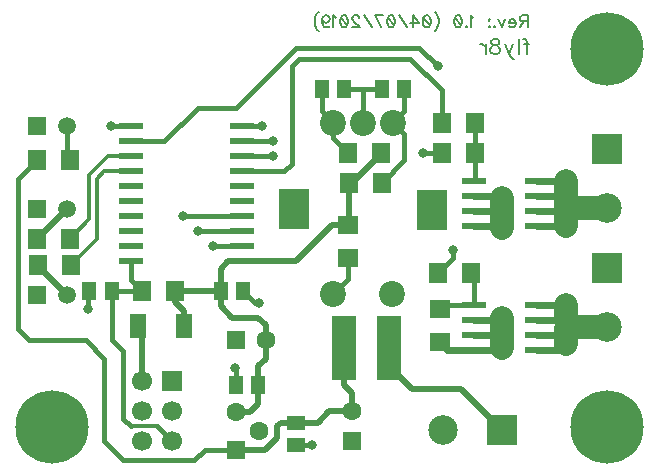
<source format=gbr>
G04 DipTrace 3.3.1.3*
G04 bottom.gbr*
%MOIN*%
G04 #@! TF.FileFunction,Copper,L2,Bot*
G04 #@! TF.Part,Single*
G04 #@! TA.AperFunction,Conductor*
%ADD15C,0.07874*%
%ADD16C,0.019685*%
%ADD17C,0.02126*%
%ADD18C,0.015748*%
%ADD19C,0.023622*%
%ADD20C,0.011811*%
%ADD21C,0.03937*%
G04 #@! TA.AperFunction,ComponentPad*
%ADD22C,0.086614*%
%ADD23R,0.098425X0.137795*%
%ADD24R,0.051181X0.059055*%
G04 #@! TA.AperFunction,ComponentPad*
%ADD25R,0.062992X0.062992*%
%ADD26C,0.062992*%
%ADD27R,0.059055X0.051181*%
%ADD29R,0.055118X0.082677*%
G04 #@! TA.AperFunction,ComponentPad*
%ADD30C,0.059055*%
%ADD31R,0.059055X0.059055*%
%ADD32R,0.098425X0.098425*%
%ADD33C,0.098425*%
%ADD34R,0.066929X0.066929*%
%ADD35C,0.066929*%
%ADD36R,0.084646X0.216535*%
G04 #@! TA.AperFunction,ComponentPad*
%ADD37C,0.244094*%
%ADD38R,0.07874X0.023622*%
%ADD39R,0.062992X0.070866*%
%ADD40R,0.070866X0.062992*%
G04 #@! TA.AperFunction,ViaPad*
%ADD41C,0.031496*%
%ADD42C,0.047244*%
%ADD81C,0.006176*%
%ADD82C,0.00772*%
%FSLAX26Y26*%
G04*
G70*
G90*
G75*
G01*
G04 Bottom*
%LPD*%
X1674606Y816043D2*
D16*
Y753543D1*
X1749606Y678543D1*
X1912106D1*
X2049606Y541043D1*
X1523031Y816043D2*
Y692618D1*
X1549606Y666043D1*
Y603543D1*
X1362106Y566043D2*
X1437106D1*
X1474606Y603543D1*
X1549606D1*
X1164749Y475906D2*
D17*
X1259469D1*
X1299606Y516043D1*
Y553543D1*
X1312106Y566043D1*
X1362106D1*
X1164749Y475906D2*
D18*
X1059469D1*
X1024606Y441043D1*
X787106D1*
X724606Y503543D1*
Y778543D1*
X662106Y841043D1*
X474606D1*
X437106Y878543D1*
Y1378543D1*
X499606Y1441043D1*
X959843Y1003543D2*
D16*
Y968307D1*
X988875Y939274D1*
Y889274D1*
X959843Y1003543D2*
X1112106D1*
X1182185Y1103543D2*
X1137106D1*
X1112106Y1078543D1*
Y1003543D1*
X1164749Y600906D2*
X1209469D1*
X1237008Y628445D1*
Y691142D1*
Y753445D1*
X1262106Y778543D1*
Y841043D1*
X1647343Y1466043D2*
X1649606D1*
X1549606Y1366043D1*
X1539370D1*
Y1228543D1*
X1537106Y1226280D1*
X1182185Y1103543D2*
X1362106D1*
X1484843Y1226280D1*
X1537106D1*
X1112106Y1003543D2*
Y953543D1*
X1149606Y916043D1*
X1237106D1*
X1262106Y891043D1*
Y841043D1*
X1449606Y1678543D2*
D18*
Y1603543D1*
X1487106Y1566043D1*
Y1516043D1*
X1537106Y1466043D1*
X1182185Y1503543D2*
X1287106D1*
X1724508Y1678642D2*
Y1604626D1*
X1685925Y1566043D1*
X1724606Y1527362D1*
Y1441043D1*
X1649606Y1366043D1*
X1182185Y1453543D2*
X1287106D1*
X1537106Y1116043D2*
Y1045177D1*
X1487106Y995177D1*
X1182185Y1553543D2*
X1249606D1*
X812106D2*
X749606D1*
X748031Y1555118D1*
X669291Y944882D2*
Y998031D1*
X674803Y1003543D1*
X1240157Y964567D2*
X1225886D1*
X1186909Y1003543D1*
X1524409Y1678543D2*
X1585531Y1678642D1*
X1649705D1*
X1585531Y1566043D2*
Y1678642D1*
X1162205Y691142D2*
Y747244D1*
X1161417Y748031D1*
X1362106Y491240D2*
X1416437D1*
X1417323Y492126D1*
X2049606Y1316043D2*
D15*
Y1266043D1*
Y1216043D1*
X1955807Y1272244D2*
D19*
X2043406D1*
D16*
X2049606Y1266043D1*
X1955807Y1222244D2*
D19*
X2043406D1*
D16*
X2049606Y1216043D1*
Y816043D2*
D15*
Y866043D1*
Y916043D1*
X1955807Y1322244D2*
D19*
X2043406D1*
X2049606Y1316043D1*
X1955807Y909744D2*
X2043307D1*
X2049606Y916043D1*
X1955807Y859744D2*
X2043307D1*
X2049606Y866043D1*
X1955807Y809744D2*
X2043307D1*
X2049606Y816043D1*
X1955807Y809744D2*
X1868406D1*
X1842224Y835925D1*
X1787106Y1466043D2*
D18*
X1849606D1*
X812106Y1453543D2*
D20*
X737106D1*
X674606Y1391043D1*
Y1243307D1*
X609843Y1178543D1*
X812106Y1403543D2*
X724606D1*
X699606Y1378543D1*
Y1178543D1*
X612106Y1091043D1*
X1182185Y1203543D2*
D18*
X1037106D1*
X1182185Y1253543D2*
X987106D1*
X1849606Y1566043D2*
Y1674016D1*
X1745079Y1778543D1*
X1374606D1*
X1349606Y1753543D1*
Y1428543D1*
X1324606Y1403543D1*
X1182185D1*
X1837106Y1066043D2*
X1887106Y1116043D1*
Y1141043D1*
X1837106Y1753543D2*
X1774606Y1816043D1*
X1362106D1*
X1162106Y1616043D1*
X1037106D1*
X924606Y1503543D1*
X812106D1*
X749606Y1003543D2*
X849606D1*
X812106Y1041043D1*
Y1103543D1*
X749606Y1003543D2*
Y841043D1*
X787106Y803543D1*
Y578543D1*
X812106Y553543D1*
D20*
X899606D1*
D18*
X949606Y503543D1*
X1182185Y1153543D2*
X1087106D1*
X599606Y1553543D2*
Y1451280D1*
X609843Y1441043D1*
X499606Y1178543D2*
D16*
X599606Y1278543D1*
X501870Y1091043D2*
Y1088780D1*
X599606Y991043D1*
X2168406Y1222244D2*
D19*
X2262106D1*
D15*
Y1272244D1*
Y1322244D1*
Y1372244D1*
D19*
X2168406D1*
Y1272244D2*
X2262106D1*
X2168406Y1322244D2*
X2262106D1*
X2399606Y1281693D2*
D15*
X2271555D1*
D21*
X2262106Y1272244D1*
X2168406Y809744D2*
D19*
X2243307D1*
D16*
X2262106Y828543D1*
D15*
Y878543D1*
D21*
Y909744D1*
D15*
Y959744D1*
D19*
X2168406D1*
Y859744D2*
X2262106D1*
D16*
Y828543D1*
X2168406Y909744D2*
D19*
X2262106D1*
X2399606Y884843D2*
D15*
X2268406D1*
D21*
X2262106Y878543D1*
X1959843Y1566043D2*
D18*
Y1466043D1*
Y1376280D1*
X1955807Y1372244D1*
Y959744D2*
X1855807D1*
X1842224Y946161D1*
X1955807Y959744D2*
Y1057579D1*
X1947343Y1066043D1*
X849606Y703543D2*
D16*
Y875005D1*
X835337Y889274D1*
D41*
X1837106Y1753543D3*
X1887106Y1141043D3*
X1087106Y1153543D3*
X1037106Y1203543D3*
X987106Y1253543D3*
X1287106Y1503543D3*
Y1453543D3*
X1249606Y1553543D3*
X748031Y1555118D3*
X669291Y944882D3*
X1240157Y964567D3*
X1161417Y748031D3*
X1417323Y492126D3*
D42*
X2049606Y1316043D3*
Y1266043D3*
Y1216043D3*
Y866043D3*
Y916043D3*
Y816043D3*
D41*
X1787106Y1466043D3*
D22*
X1487106Y1566043D3*
X1685925D3*
X1585531D3*
X1487106Y995177D3*
X1683957D3*
D23*
X1355118Y1279331D3*
X1817570Y1275394D3*
D24*
X749606Y1003543D3*
X674803D3*
X1449606Y1678543D3*
X1524409D3*
X1724508Y1678642D3*
X1649705D3*
D25*
X1549606Y503550D3*
D26*
Y603550D3*
D27*
X1362106Y566043D3*
Y491240D3*
D24*
X1237008Y691142D3*
X1162205D3*
D25*
X1162106Y841043D3*
D26*
X1262106D3*
D24*
X1112106Y1003543D3*
X1186909D3*
D29*
X988875Y889274D3*
X835337D3*
D30*
X599606Y1553543D3*
D31*
X499606D3*
D30*
X599606Y1278543D3*
D31*
X499606D3*
D30*
X599606Y991043D3*
D31*
X499606D3*
D32*
X2049606Y541043D3*
D33*
X1852756D3*
D34*
X949606Y703543D3*
D35*
X849606Y603543D3*
Y503543D3*
Y703543D3*
X949606Y603543D3*
Y503543D3*
D32*
X2399606Y1478543D3*
D33*
Y1281693D3*
D32*
Y1081693D3*
D33*
Y884843D3*
D36*
X1674606Y816043D3*
X1523031D3*
D37*
X2401575Y1811024D3*
X551181Y551181D3*
X2401575D3*
D38*
X1955807Y1222244D3*
Y1272244D3*
Y1322244D3*
Y1372244D3*
X2168406D3*
Y1322244D3*
Y1272244D3*
Y1222244D3*
X1955807Y809744D3*
Y859744D3*
Y909744D3*
Y959744D3*
X2168406D3*
Y909744D3*
Y859744D3*
Y809744D3*
D39*
X849606Y1003543D3*
X959843D3*
X1537106Y1466043D3*
X1647343D3*
X1649606Y1366043D3*
X1539370D3*
D40*
X1537106Y1116043D3*
Y1226280D3*
D39*
X1849606Y1566043D3*
X1959843D3*
X1837106Y1066043D3*
X1947343D3*
X609843Y1441043D3*
X499606D3*
X1849606Y1466043D3*
X1959843D3*
D40*
X1842224Y835925D3*
Y946161D3*
D39*
X499606Y1178543D3*
X609843D3*
X501870Y1091043D3*
X612106D3*
D38*
X812106Y1103543D3*
Y1153543D3*
Y1203543D3*
Y1253543D3*
Y1303543D3*
Y1353543D3*
Y1403543D3*
Y1453543D3*
Y1503543D3*
Y1553543D3*
X1182185D3*
Y1503543D3*
Y1453543D3*
Y1403543D3*
Y1353543D3*
Y1303543D3*
Y1253543D3*
Y1203543D3*
Y1153543D3*
Y1103543D3*
D25*
X1164749Y475906D3*
D26*
X1239730Y538402D3*
X1164749Y600906D3*
X2135791Y1904141D2*
D81*
X2118591D1*
X2112843Y1906086D1*
X2110898Y1907987D1*
X2108997Y1911790D1*
Y1915637D1*
X2110898Y1919439D1*
X2112843Y1921385D1*
X2118591Y1923286D1*
X2135791D1*
Y1883094D1*
X2122394Y1904141D2*
X2108997Y1883094D1*
X2096645Y1898393D2*
X2073697D1*
Y1902239D1*
X2075599Y1906086D1*
X2077500Y1907987D1*
X2081347Y1909889D1*
X2087095D1*
X2090897Y1907987D1*
X2094744Y1904141D1*
X2096645Y1898393D1*
Y1894590D1*
X2094744Y1888842D1*
X2090897Y1885040D1*
X2087095Y1883094D1*
X2081347D1*
X2077500Y1885040D1*
X2073697Y1888842D1*
X2061346Y1909889D2*
X2049850Y1883094D1*
X2038398Y1909889D1*
X2024145Y1886941D2*
X2026047Y1884995D1*
X2024145Y1883094D1*
X2022200Y1884995D1*
X2024145Y1886941D1*
X2007903Y1909889D2*
X2009848Y1907943D1*
X2007903Y1906042D1*
X2006002Y1907943D1*
X2007903Y1909889D1*
Y1886941D2*
X2009848Y1884995D1*
X2007903Y1883094D1*
X2006002Y1884995D1*
X2007903Y1886941D1*
X1954770Y1915593D2*
X1950923Y1917538D1*
X1945175Y1923242D1*
Y1883094D1*
X1930922Y1886941D2*
X1932823Y1884995D1*
X1930922Y1883094D1*
X1928977Y1884995D1*
X1930922Y1886941D1*
X1905129Y1923242D2*
X1910877Y1921341D1*
X1914724Y1915593D1*
X1916625Y1906042D1*
Y1900294D1*
X1914724Y1890743D1*
X1910877Y1884995D1*
X1905129Y1883094D1*
X1901327D1*
X1895579Y1884995D1*
X1891776Y1890743D1*
X1889831Y1900294D1*
Y1906042D1*
X1891776Y1915593D1*
X1895579Y1921341D1*
X1901327Y1923242D1*
X1905129D1*
X1891776Y1915593D2*
X1914724Y1890743D1*
X1825201Y1933765D2*
X1829048Y1929963D1*
X1832850Y1924215D1*
X1836697Y1916565D1*
X1838598Y1906970D1*
Y1899321D1*
X1836697Y1889771D1*
X1832850Y1882121D1*
X1829048Y1876373D1*
X1825201Y1872571D1*
X1801354Y1923242D2*
X1807102Y1921341D1*
X1810948Y1915593D1*
X1812850Y1906042D1*
Y1900294D1*
X1810948Y1890743D1*
X1807102Y1884995D1*
X1801354Y1883094D1*
X1797551D1*
X1791803Y1884995D1*
X1788000Y1890743D1*
X1786055Y1900294D1*
Y1906042D1*
X1788000Y1915593D1*
X1791803Y1921341D1*
X1797551Y1923242D1*
X1801354D1*
X1788000Y1915593D2*
X1810948Y1890743D1*
X1754558Y1883094D2*
Y1923242D1*
X1773704Y1896491D1*
X1745008D1*
X1732656Y1883094D2*
X1705862Y1923242D1*
X1682014D2*
X1687762Y1921341D1*
X1691609Y1915593D1*
X1693510Y1906042D1*
Y1900294D1*
X1691609Y1890743D1*
X1687762Y1884995D1*
X1682014Y1883094D1*
X1678212D1*
X1672464Y1884995D1*
X1668661Y1890743D1*
X1666716Y1900294D1*
Y1906042D1*
X1668661Y1915593D1*
X1672464Y1921341D1*
X1678212Y1923242D1*
X1682014D1*
X1668661Y1915593D2*
X1691609Y1890743D1*
X1646715Y1883094D2*
X1627569Y1923242D1*
X1654364D1*
X1615218Y1883094D2*
X1588423Y1923242D1*
X1574126Y1913691D2*
Y1915593D1*
X1572225Y1919439D1*
X1570324Y1921341D1*
X1566477Y1923242D1*
X1558828D1*
X1555025Y1921341D1*
X1553124Y1919439D1*
X1551179Y1915593D1*
Y1911790D1*
X1553124Y1907943D1*
X1556927Y1902239D1*
X1576072Y1883094D1*
X1549277D1*
X1525430Y1923242D2*
X1531178Y1921341D1*
X1535025Y1915593D1*
X1536926Y1906042D1*
Y1900294D1*
X1535025Y1890743D1*
X1531178Y1884995D1*
X1525430Y1883094D1*
X1521627D1*
X1515879Y1884995D1*
X1512077Y1890743D1*
X1510131Y1900294D1*
Y1906042D1*
X1512077Y1915593D1*
X1515879Y1921341D1*
X1521627Y1923242D1*
X1525430D1*
X1512077Y1915593D2*
X1535025Y1890743D1*
X1497780Y1915593D2*
X1493933Y1917538D1*
X1488185Y1923242D1*
Y1883094D1*
X1450940Y1909889D2*
X1452886Y1904141D1*
X1456688Y1900294D1*
X1462436Y1898393D1*
X1464338D1*
X1470086Y1900294D1*
X1473888Y1904141D1*
X1475834Y1909889D1*
Y1911790D1*
X1473888Y1917538D1*
X1470086Y1921341D1*
X1464338Y1923242D1*
X1462436D1*
X1456688Y1921341D1*
X1452886Y1917538D1*
X1450940Y1909889D1*
Y1900294D1*
X1452886Y1890743D1*
X1456688Y1884995D1*
X1462436Y1883094D1*
X1466239D1*
X1471987Y1884995D1*
X1473888Y1888842D1*
X1438589Y1933765D2*
X1434742Y1929963D1*
X1430940Y1924215D1*
X1427093Y1916565D1*
X1425192Y1906970D1*
Y1899321D1*
X1427093Y1889771D1*
X1430940Y1882121D1*
X1434742Y1876373D1*
X1438589Y1872571D1*
X2121454Y1844894D2*
D82*
X2126207D1*
X2131015Y1842518D1*
X2133392Y1835333D1*
Y1794654D1*
X2140577Y1828148D2*
X2123830D1*
X2106015Y1844894D2*
Y1794654D1*
X2088143Y1828148D2*
X2073829Y1794654D1*
X2078582Y1785093D1*
X2083390Y1780284D1*
X2088143Y1777908D1*
X2090575D1*
X2059459Y1828148D2*
X2073829Y1794654D1*
X2032081Y1844839D2*
X2039211Y1842462D1*
X2041643Y1837709D1*
Y1832901D1*
X2039211Y1828148D1*
X2034458Y1825716D1*
X2024896Y1823339D1*
X2017711Y1820963D1*
X2012958Y1816154D1*
X2010581Y1811401D1*
Y1804216D1*
X2012958Y1799463D1*
X2015334Y1797031D1*
X2022519Y1794654D1*
X2032081D1*
X2039211Y1797031D1*
X2041643Y1799463D1*
X2044019Y1804216D1*
Y1811401D1*
X2041643Y1816154D1*
X2036834Y1820963D1*
X2029705Y1823339D1*
X2020143Y1825716D1*
X2015334Y1828148D1*
X2012958Y1832901D1*
Y1837709D1*
X2015334Y1842462D1*
X2022519Y1844839D1*
X2032081D1*
X1995142Y1828148D2*
Y1794654D1*
Y1813778D2*
X1992710Y1820963D1*
X1987957Y1825771D1*
X1983149Y1828148D1*
X1975963D1*
M02*

</source>
